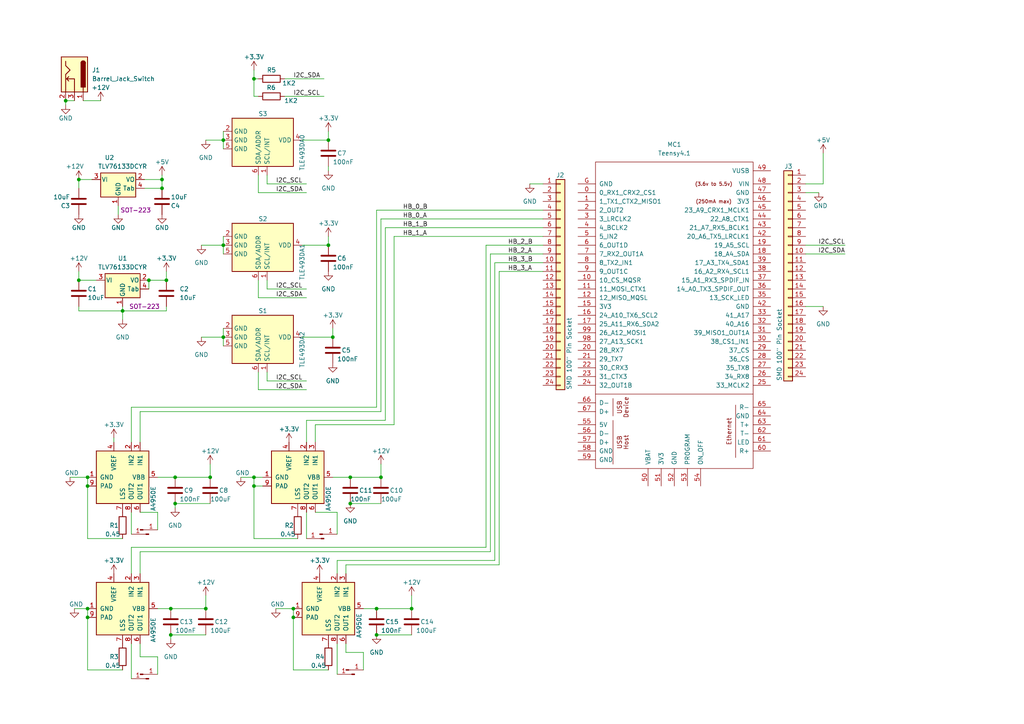
<source format=kicad_sch>
(kicad_sch (version 20230121) (generator eeschema)
  (paper "A4")
  (lib_symbols
    (symbol "Connector:Barrel_Jack_Switch" (pin_names hide)
      (property "Reference" "J" (at 0 5.334 0))
      (property "Value" "Barrel_Jack_Switch" (at 0 -5.08 0))
      (symbol "Barrel_Jack_Switch_0_1"
        (rectangle (start -5.08 3.81) (end 5.08 -3.81) (stroke (width 0.254)) (fill (type background)))
        (arc (start -3.302 3.175) (mid -3.9343 2.54) (end -3.302 1.905) (stroke (width 0.254)))
        (arc (start -3.302 3.175) (mid -3.9343 2.54) (end -3.302 1.905) (stroke (width 0.254)) (fill (type outline)))
        (polyline (pts (xy 1.27 -2.286) (xy 1.905 -1.651)) (stroke (width 0.254)))
        (polyline (pts (xy 5.08 2.54) (xy 3.81 2.54)) (stroke (width 0.254)))
        (polyline (pts (xy 5.08 0) (xy 1.27 0) (xy 1.27 -2.286) (xy 0.635 -1.651)) (stroke (width 0.254)))
        (polyline (pts (xy -3.81 -2.54) (xy -2.54 -2.54) (xy -1.27 -1.27) (xy 0 -2.54) (xy 2.54 -2.54) (xy 5.08 -2.54)) (stroke (width 0.254)))
        (rectangle (start 3.683 3.175) (end -3.302 1.905) (stroke (width 0.254)) (fill (type outline)))
      )
      (symbol "Barrel_Jack_Switch_1_1"
        (pin passive line (at 7.62 2.54 180) (length 2.54) (name "~") (number "1"))
        (pin passive line (at 7.62 -2.54 180) (length 2.54) (name "~") (number "2"))
        (pin passive line (at 7.62 0 180) (length 2.54) (name "~") (number "3"))
      )
    )
    (symbol "Connector:Conn_01x01_Pin" (pin_names (offset 1.016) hide)
      (property "Reference" "J" (at 0 2.54 0))
      (property "Value" "Conn_01x01_Pin" (at 0 -2.54 0))
      (symbol "Conn_01x01_Pin_1_1"
        (polyline (pts (xy 1.27 0) (xy 0.8636 0)) (stroke (width 0.1524)))
        (rectangle (start 0.8636 0.127) (end 0 -0.127) (stroke (width 0.1524)) (fill (type outline)))
        (pin passive line (at 5.08 0 180) (length 3.81) (name "Pin_1") (number "1"))
      )
    )
    (symbol "Connector_Generic:Conn_01x24" (pin_names (offset 1.016) hide)
      (property "Reference" "J" (at 0 30.48 0))
      (property "Value" "Conn_01x24" (at 0 -33.02 0))
      (symbol "Conn_01x24_1_1"
        (rectangle (start -1.27 -30.353) (end 0 -30.607) (stroke (width 0.1524)))
        (rectangle (start -1.27 -27.813) (end 0 -28.067) (stroke (width 0.1524)))
        (rectangle (start -1.27 -25.273) (end 0 -25.527) (stroke (width 0.1524)))
        (rectangle (start -1.27 -22.733) (end 0 -22.987) (stroke (width 0.1524)))
        (rectangle (start -1.27 -20.193) (end 0 -20.447) (stroke (width 0.1524)))
        (rectangle (start -1.27 -17.653) (end 0 -17.907) (stroke (width 0.1524)))
        (rectangle (start -1.27 -15.113) (end 0 -15.367) (stroke (width 0.1524)))
        (rectangle (start -1.27 -12.573) (end 0 -12.827) (stroke (width 0.1524)))
        (rectangle (start -1.27 -10.033) (end 0 -10.287) (stroke (width 0.1524)))
        (rectangle (start -1.27 -7.493) (end 0 -7.747) (stroke (width 0.1524)))
        (rectangle (start -1.27 -4.953) (end 0 -5.207) (stroke (width 0.1524)))
        (rectangle (start -1.27 -2.413) (end 0 -2.667) (stroke (width 0.1524)))
        (rectangle (start -1.27 0.127) (end 0 -0.127) (stroke (width 0.1524)))
        (rectangle (start -1.27 2.667) (end 0 2.413) (stroke (width 0.1524)))
        (rectangle (start -1.27 5.207) (end 0 4.953) (stroke (width 0.1524)))
        (rectangle (start -1.27 7.747) (end 0 7.493) (stroke (width 0.1524)))
        (rectangle (start -1.27 10.287) (end 0 10.033) (stroke (width 0.1524)))
        (rectangle (start -1.27 12.827) (end 0 12.573) (stroke (width 0.1524)))
        (rectangle (start -1.27 15.367) (end 0 15.113) (stroke (width 0.1524)))
        (rectangle (start -1.27 17.907) (end 0 17.653) (stroke (width 0.1524)))
        (rectangle (start -1.27 20.447) (end 0 20.193) (stroke (width 0.1524)))
        (rectangle (start -1.27 22.987) (end 0 22.733) (stroke (width 0.1524)))
        (rectangle (start -1.27 25.527) (end 0 25.273) (stroke (width 0.1524)))
        (rectangle (start -1.27 28.067) (end 0 27.813) (stroke (width 0.1524)))
        (rectangle (start -1.27 29.21) (end 1.27 -31.75) (stroke (width 0.254)) (fill (type background)))
        (pin passive line (at -5.08 27.94 0) (length 3.81) (name "Pin_1") (number "1"))
        (pin passive line (at -5.08 5.08 0) (length 3.81) (name "Pin_10") (number "10"))
        (pin passive line (at -5.08 2.54 0) (length 3.81) (name "Pin_11") (number "11"))
        (pin passive line (at -5.08 0 0) (length 3.81) (name "Pin_12") (number "12"))
        (pin passive line (at -5.08 -2.54 0) (length 3.81) (name "Pin_13") (number "13"))
        (pin passive line (at -5.08 -5.08 0) (length 3.81) (name "Pin_14") (number "14"))
        (pin passive line (at -5.08 -7.62 0) (length 3.81) (name "Pin_15") (number "15"))
        (pin passive line (at -5.08 -10.16 0) (length 3.81) (name "Pin_16") (number "16"))
        (pin passive line (at -5.08 -12.7 0) (length 3.81) (name "Pin_17") (number "17"))
        (pin passive line (at -5.08 -15.24 0) (length 3.81) (name "Pin_18") (number "18"))
        (pin passive line (at -5.08 -17.78 0) (length 3.81) (name "Pin_19") (number "19"))
        (pin passive line (at -5.08 25.4 0) (length 3.81) (name "Pin_2") (number "2"))
        (pin passive line (at -5.08 -20.32 0) (length 3.81) (name "Pin_20") (number "20"))
        (pin passive line (at -5.08 -22.86 0) (length 3.81) (name "Pin_21") (number "21"))
        (pin passive line (at -5.08 -25.4 0) (length 3.81) (name "Pin_22") (number "22"))
        (pin passive line (at -5.08 -27.94 0) (length 3.81) (name "Pin_23") (number "23"))
        (pin passive line (at -5.08 -30.48 0) (length 3.81) (name "Pin_24") (number "24"))
        (pin passive line (at -5.08 22.86 0) (length 3.81) (name "Pin_3") (number "3"))
        (pin passive line (at -5.08 20.32 0) (length 3.81) (name "Pin_4") (number "4"))
        (pin passive line (at -5.08 17.78 0) (length 3.81) (name "Pin_5") (number "5"))
        (pin passive line (at -5.08 15.24 0) (length 3.81) (name "Pin_6") (number "6"))
        (pin passive line (at -5.08 12.7 0) (length 3.81) (name "Pin_7") (number "7"))
        (pin passive line (at -5.08 10.16 0) (length 3.81) (name "Pin_8") (number "8"))
        (pin passive line (at -5.08 7.62 0) (length 3.81) (name "Pin_9") (number "9"))
      )
    )
    (symbol "Device:C" (pin_numbers hide) (pin_names (offset 0.254))
      (property "Reference" "C" (at 0.635 2.54 0))
      (property "Value" "C" (at 0.635 -2.54 0))
      (symbol "C_0_1"
        (polyline (pts (xy -2.032 -0.762) (xy 2.032 -0.762)) (stroke (width 0.508)))
        (polyline (pts (xy -2.032 0.762) (xy 2.032 0.762)) (stroke (width 0.508)))
      )
      (symbol "C_1_1"
        (pin passive line (at 0 3.81 270) (length 2.794) (name "~") (number "1"))
        (pin passive line (at 0 -3.81 90) (length 2.794) (name "~") (number "2"))
      )
    )
    (symbol "Device:R" (pin_numbers hide) (pin_names (offset 0))
      (property "Reference" "R" (at 2.032 0 90))
      (property "Value" "R" (at 0 0 90))
      (symbol "R_0_1"
        (rectangle (start -1.016 -2.54) (end 1.016 2.54) (stroke (width 0.254)))
      )
      (symbol "R_1_1"
        (pin passive line (at 0 3.81 270) (length 1.27) (name "~") (number "1"))
        (pin passive line (at 0 -3.81 90) (length 1.27) (name "~") (number "2"))
      )
    )
    (symbol "Driver_Motor:A4950E" (pin_names (offset 1.016))
      (property "Reference" "U" (at -7.62 8.89 0))
      (property "Value" "A4950E" (at 5.08 8.89 0))
      (symbol "A4950E_0_1"
        (rectangle (start -7.62 7.62) (end 7.62 -7.62) (stroke (width 0.254)) (fill (type background)))
      )
      (symbol "A4950E_1_1"
        (pin power_in line (at 0 -10.16 90) (length 2.54) (name "GND") (number "1"))
        (pin input line (at -10.16 2.54 0) (length 2.54) (name "IN2") (number "2"))
        (pin input line (at -10.16 5.08 0) (length 2.54) (name "IN1") (number "3"))
        (pin passive line (at -10.16 -2.54 0) (length 2.54) (name "VREF") (number "4"))
        (pin power_in line (at 0 10.16 270) (length 2.54) (name "VBB") (number "5"))
        (pin power_out line (at 10.16 5.08 180) (length 2.54) (name "OUT1") (number "6"))
        (pin power_in line (at 10.16 0 180) (length 2.54) (name "LSS") (number "7"))
        (pin power_out line (at 10.16 2.54 180) (length 2.54) (name "OUT2") (number "8"))
        (pin power_in line (at 2.54 -10.16 90) (length 2.54) (name "PAD") (number "9"))
      )
    )
    (symbol "Regulator_Linear1:LM1117-3.3" (pin_names (offset 0.254))
      (property "Reference" "U1" (at 0 6.35 0))
      (property "Value" "TLV76133DCYR" (at 0 3.81 0))
      (symbol "LM1117-3.3_0_1"
        (rectangle (start -5.08 1.905) (end 5.08 -5.08) (stroke (width 0.254)) (fill (type background)))
      )
      (symbol "LM1117-3.3_1_1"
        (pin power_in line (at 0 -7.62 90) (length 2.54) (name "GND") (number "1"))
        (pin power_out line (at 7.62 0 180) (length 2.54) (name "VO") (number "2"))
        (pin power_in line (at -7.62 0 0) (length 2.54) (name "VI") (number "3"))
        (pin power_out line (at 7.62 -2.54 180) (length 2.54) (name "Tab") (number "4"))
      )
    )
    (symbol "Sensor_Magnetic:TLV493D"
      (property "Reference" "U" (at -6.35 11.43 0))
      (property "Value" "TLV493D" (at 5.08 11.43 0))
      (symbol "TLV493D_0_1"
        (rectangle (start -7.62 10.16) (end 6.35 -7.62) (stroke (width 0.254)) (fill (type background)))
      )
      (symbol "TLV493D_1_1"
        (pin bidirectional line (at -10.16 2.54 0) (length 2.54) (name "SCL/INT") (number "1"))
        (pin power_in line (at 2.54 -10.16 90) (length 2.54) (name "GND") (number "2"))
        (pin power_in line (at 0 -10.16 90) (length 2.54) (name "GND") (number "3"))
        (pin power_in line (at 0 12.7 270) (length 2.54) (name "VDD") (number "4"))
        (pin power_in line (at -2.54 -10.16 90) (length 2.54) (name "GND") (number "5"))
        (pin bidirectional line (at -10.16 0 0) (length 2.54) (name "SDA/ADDR") (number "6"))
      )
    )
    (symbol "power:+12V" (power) (pin_names (offset 0))
      (property "Value" "+12V" (at 0 3.556 0))
      (symbol "+12V_0_1"
        (polyline (pts (xy -0.762 1.27) (xy 0 2.54)))
        (polyline (pts (xy 0 0) (xy 0 2.54)))
        (polyline (pts (xy 0 2.54) (xy 0.762 1.27)))
      )
      (symbol "+12V_1_1"
        (pin power_in line (at 0 0 90) (length 0) hide (name "+12V") (number "1"))
      )
    )
    (symbol "power:+3.3V" (power) (pin_names (offset 0))
      (property "Value" "+3.3V" (at 0 3.556 0))
      (symbol "+3.3V_0_1"
        (polyline (pts (xy -0.762 1.27) (xy 0 2.54)))
        (polyline (pts (xy 0 0) (xy 0 2.54)))
        (polyline (pts (xy 0 2.54) (xy 0.762 1.27)))
      )
      (symbol "+3.3V_1_1"
        (pin power_in line (at 0 0 90) (length 0) hide (name "+3.3V") (number "1"))
      )
    )
    (symbol "power:+5V" (power) (pin_names (offset 0))
      (property "Value" "+5V" (at 0 3.556 0))
      (symbol "+5V_0_1"
        (polyline (pts (xy -0.762 1.27) (xy 0 2.54)))
        (polyline (pts (xy 0 0) (xy 0 2.54)))
        (polyline (pts (xy 0 2.54) (xy 0.762 1.27)))
      )
      (symbol "+5V_1_1"
        (pin power_in line (at 0 0 90) (length 0) hide (name "+5V") (number "1"))
      )
    )
    (symbol "power:GND" (power) (pin_names (offset 0))
      (property "Value" "GND" (at 0 -3.81 0))
      (symbol "GND_0_1"
        (polyline (pts (xy 0 0) (xy 0 -1.27) (xy 1.27 -1.27) (xy 0 -2.54) (xy -1.27 -1.27) (xy 0 -1.27)))
      )
      (symbol "GND_1_1"
        (pin power_in line (at 0 0 270) (length 0) hide (name "GND") (number "1"))
      )
    )
    (symbol "teensy:Teensy4.1" (pin_names (offset 1.016))
      (property "Reference" "MC1" (at 0 66.04 0))
      (property "Value" "Teensy4.1" (at 0 63.5 0))
      (symbol "Teensy4.1_0_0"
        (polyline (pts (xy -22.86 -6.35) (xy 22.86 -6.35)))
        (polyline (pts (xy -17.78 -26.67) (xy -17.78 -13.97)))
        (polyline (pts (xy -17.78 -7.62) (xy -17.78 -12.7)))
        (polyline (pts (xy 17.78 -9.525) (xy 17.78 -24.765)))
        (text "(250mA max)" (at 11.43 49.53 0) (effects (font (size 1.016 1.016))))
        (text "(3.6v to 5.5v)" (at 11.43 54.61 0) (effects (font (size 1.016 1.016))))
        (text "Device" (at -13.97 -10.16 900) (effects (font (size 1.27 1.27))))
        (text "Ethernet" (at 15.875 -17.145 900) (effects (font (size 1.27 1.27))))
        (text "Host" (at -13.97 -20.32 900) (effects (font (size 1.27 1.27))))
        (text "USB" (at -15.875 -20.32 900) (effects (font (size 1.27 1.27))))
        (text "USB" (at -15.875 -10.16 900) (effects (font (size 1.27 1.27))))
        (pin power_in line (at -27.94 19.05 0) (length 5.08) (name "3V3") (number "15"))
        (pin bidirectional line (at -27.94 16.51 0) (length 5.08) (name "24_A10_TX6_SCL2") (number "16"))
        (pin bidirectional line (at -27.94 13.97 0) (length 5.08) (name "25_A11_RX6_SDA2") (number "17"))
        (pin bidirectional line (at -27.94 6.35 0) (length 5.08) (name "28_RX7") (number "20"))
        (pin bidirectional line (at -27.94 3.81 0) (length 5.08) (name "29_TX7") (number "21"))
        (pin bidirectional line (at -27.94 1.27 0) (length 5.08) (name "30_CRX3") (number "22"))
        (pin bidirectional line (at -27.94 -1.27 0) (length 5.08) (name "31_CTX3") (number "23"))
        (pin bidirectional line (at -27.94 -3.81 0) (length 5.08) (name "32_OUT1B") (number "24"))
        (pin bidirectional line (at 27.94 -3.81 180) (length 5.08) (name "33_MCLK2") (number "25"))
        (pin bidirectional line (at 27.94 -1.27 180) (length 5.08) (name "34_RX8") (number "26"))
        (pin bidirectional line (at 27.94 1.27 180) (length 5.08) (name "35_TX8") (number "27"))
        (pin bidirectional line (at 27.94 3.81 180) (length 5.08) (name "36_CS") (number "28"))
        (pin bidirectional line (at 27.94 6.35 180) (length 5.08) (name "37_CS") (number "29"))
        (pin bidirectional line (at 27.94 8.89 180) (length 5.08) (name "38_CS1_IN1") (number "30"))
        (pin bidirectional line (at 27.94 11.43 180) (length 5.08) (name "39_MISO1_OUT1A") (number "31"))
        (pin bidirectional line (at 27.94 13.97 180) (length 5.08) (name "40_A16") (number "32"))
        (pin bidirectional line (at 27.94 16.51 180) (length 5.08) (name "41_A17") (number "33"))
        (pin bidirectional line (at 27.94 21.59 180) (length 5.08) (name "13_SCK_LED") (number "35"))
        (pin bidirectional line (at 27.94 24.13 180) (length 5.08) (name "14_A0_TX3_SPDIF_OUT") (number "36"))
        (pin bidirectional line (at 27.94 26.67 180) (length 5.08) (name "15_A1_RX3_SPDIF_IN") (number "37"))
        (pin bidirectional line (at 27.94 29.21 180) (length 5.08) (name "16_A2_RX4_SCL1") (number "38"))
        (pin bidirectional line (at 27.94 31.75 180) (length 5.08) (name "17_A3_TX4_SDA1") (number "39"))
        (pin bidirectional line (at 27.94 39.37 180) (length 5.08) (name "20_A6_TX5_LRCLK1") (number "42"))
        (pin bidirectional line (at 27.94 41.91 180) (length 5.08) (name "21_A7_RX5_BCLK1") (number "43"))
        (pin bidirectional line (at 27.94 44.45 180) (length 5.08) (name "22_A8_CTX1") (number "44"))
        (pin bidirectional line (at 27.94 46.99 180) (length 5.08) (name "23_A9_CRX1_MCLK1") (number "45"))
        (pin output line (at 27.94 49.53 180) (length 5.08) (name "3V3") (number "46"))
        (pin output line (at 27.94 52.07 180) (length 5.08) (name "GND") (number "47"))
        (pin power_in line (at 27.94 54.61 180) (length 5.08) (name "VIN") (number "48"))
        (pin power_out line (at 27.94 58.42 180) (length 5.08) (name "VUSB") (number "49"))
        (pin power_in line (at -7.62 -33.02 90) (length 5.08) (name "VBAT") (number "50"))
        (pin power_in line (at -3.81 -33.02 90) (length 5.08) (name "3V3") (number "51"))
        (pin input line (at 0 -33.02 90) (length 5.08) (name "GND") (number "52"))
        (pin input line (at 3.81 -33.02 90) (length 5.08) (name "PROGRAM") (number "53"))
        (pin input line (at 7.62 -33.02 90) (length 5.08) (name "ON_OFF") (number "54"))
        (pin power_out line (at -27.94 -15.24 0) (length 5.08) (name "5V") (number "55"))
        (pin bidirectional line (at -27.94 -17.78 0) (length 5.08) (name "D-") (number "56"))
        (pin bidirectional line (at -27.94 -20.32 0) (length 5.08) (name "D+") (number "57"))
        (pin power_in line (at -27.94 -22.86 0) (length 5.08) (name "GND") (number "58"))
        (pin power_in line (at -27.94 -25.4 0) (length 5.08) (name "GND") (number "59"))
        (pin bidirectional line (at 27.94 -22.86 180) (length 5.08) (name "R+") (number "60"))
        (pin bidirectional line (at 27.94 -20.32 180) (length 5.08) (name "LED") (number "61"))
        (pin bidirectional line (at 27.94 -17.78 180) (length 5.08) (name "T-") (number "62"))
        (pin bidirectional line (at 27.94 -15.24 180) (length 5.08) (name "T+") (number "63"))
        (pin power_in line (at 27.94 -12.7 180) (length 5.08) (name "GND") (number "64"))
        (pin bidirectional line (at 27.94 -10.16 180) (length 5.08) (name "R-") (number "65"))
        (pin bidirectional line (at -27.94 -8.89 0) (length 5.08) (name "D-") (number "66"))
        (pin bidirectional line (at -27.94 -11.43 0) (length 5.08) (name "D+") (number "67"))
      )
      (symbol "Teensy4.1_0_1"
        (rectangle (start -22.86 60.96) (end 22.86 -27.94))
        (rectangle (start -20.32 -1.27) (end -20.32 -1.27))
      )
      (symbol "Teensy4.1_1_0"
        (pin bidirectional line (at -27.94 26.67 0) (length 5.08) (name "10_CS_MQSR") (number "10"))
        (pin bidirectional line (at -27.94 24.13 0) (length 5.08) (name "11_MOSI_CTX1") (number "11"))
        (pin bidirectional line (at -27.94 21.59 0) (length 5.08) (name "12_MISO_MQSL") (number "12"))
        (pin bidirectional line (at 27.94 34.29 180) (length 5.08) (name "18_A4_SDA") (number "18"))
        (pin bidirectional line (at 27.94 36.83 180) (length 5.08) (name "19_A5_SCL") (number "19"))
        (pin bidirectional line (at -27.94 44.45 0) (length 5.08) (name "3_LRCLK2") (number "3"))
        (pin bidirectional line (at -27.94 41.91 0) (length 5.08) (name "4_BCLK2") (number "4"))
        (pin bidirectional line (at -27.94 39.37 0) (length 5.08) (name "5_IN2") (number "5"))
        (pin bidirectional line (at -27.94 36.83 0) (length 5.08) (name "6_OUT1D") (number "6"))
        (pin bidirectional line (at -27.94 34.29 0) (length 5.08) (name "7_RX2_OUT1A") (number "7"))
        (pin bidirectional line (at -27.94 31.75 0) (length 5.08) (name "8_TX2_IN1") (number "8"))
        (pin bidirectional line (at -27.94 29.21 0) (length 5.08) (name "9_OUT1C") (number "9"))
        (pin bidirectional line (at -27.94 8.89 0) (length 5.08) (name "27_A13_SCK1") (number "98"))
        (pin bidirectional line (at -27.94 11.43 0) (length 5.08) (name "26_A12_MOSI1") (number "99"))
      )
      (symbol "Teensy4.1_1_1"
        (pin bidirectional line (at -27.94 52.07 0) (length 5.08) (name "0_RX1_CRX2_CS1") (number "0"))
        (pin bidirectional line (at -27.94 49.53 0) (length 5.08) (name "1_TX1_CTX2_MISO1") (number "1"))
        (pin bidirectional line (at -27.94 46.99 0) (length 5.08) (name "2_OUT2") (number "2"))
        (pin power_in line (at 27.94 19.05 180) (length 5.08) (name "GND") (number "42"))
        (pin power_in line (at -27.94 54.61 0) (length 5.08) (name "GND") (number "G"))
      )
    )
  )
  (junction (at 96.52 97.79))
  (junction (at 19.05 29.21))
  (junction (at 25.4 176.53))
  (junction (at 46.99 54.61))
  (junction (at 95.25 40.64))
  (junction (at 85.09 176.53))
  (junction (at 85.09 179.07))
  (junction (at 49.53 184.15))
  (junction (at 64.77 97.79))
  (junction (at 101.6 146.05))
  (junction (at 48.26 81.28))
  (junction (at 73.66 22.86))
  (junction (at 60.96 138.43))
  (junction (at 73.66 140.97))
  (junction (at 110.49 138.43))
  (junction (at 64.77 71.12))
  (junction (at 25.4 138.43))
  (junction (at 119.38 176.53))
  (junction (at 25.4 140.97))
  (junction (at 35.56 90.17))
  (junction (at 22.86 81.28))
  (junction (at 50.8 146.05))
  (junction (at 43.18 81.28))
  (junction (at 50.8 138.43))
  (junction (at 109.22 184.15))
  (junction (at 109.22 176.53))
  (junction (at 64.77 40.64))
  (junction (at 73.66 138.43))
  (junction (at 46.99 52.07))
  (junction (at 22.86 52.07))
  (junction (at 59.69 176.53))
  (junction (at 49.53 176.53))
  (junction (at 25.4 179.07))
  (junction (at 95.25 71.12))
  (junction (at 101.6 138.43))
  (wire (pts (xy 40.64 190.5) (xy 45.72 190.5)))
  (wire (pts (xy 100.33 186.69) (xy 100.33 189.23)))
  (wire (pts (xy 88.9 121.92) (xy 88.9 128.27)))
  (wire (pts (xy 95.25 48.26) (xy 95.25 49.53)))
  (wire (pts (xy 22.86 54.61) (xy 22.86 52.07)))
  (wire (pts (xy 22.86 90.17) (xy 35.56 90.17)))
  (wire (pts (xy 233.68 53.34) (xy 238.76 53.34)))
  (wire (pts (xy 238.76 88.9) (xy 233.68 88.9)))
  (wire (pts (xy 25.4 138.43) (xy 25.4 140.97)))
  (wire (pts (xy 33.02 127) (xy 33.02 128.27)))
  (wire (pts (xy 114.3 68.58) (xy 114.3 123.19)))
  (wire (pts (xy 77.47 53.34) (xy 88.9 53.34)))
  (wire (pts (xy 100.33 189.23) (xy 105.41 189.23)))
  (wire (pts (xy 143.51 76.2) (xy 143.51 162.56)))
  (wire (pts (xy 110.49 119.38) (xy 110.49 63.5)))
  (wire (pts (xy 97.79 162.56) (xy 97.79 166.37)))
  (wire (pts (xy 144.78 78.74) (xy 144.78 163.83)))
  (wire (pts (xy 45.72 190.5) (xy 45.72 195.58)))
  (wire (pts (xy 25.4 176.53) (xy 25.4 179.07)))
  (wire (pts (xy 58.42 97.79) (xy 64.77 97.79)))
  (wire (pts (xy 142.24 73.66) (xy 142.24 160.02)))
  (wire (pts (xy 34.29 59.69) (xy 34.29 62.23)))
  (wire (pts (xy 96.52 138.43) (xy 101.6 138.43)))
  (wire (pts (xy 69.85 138.43) (xy 73.66 138.43)))
  (wire (pts (xy 97.79 186.69) (xy 97.79 195.58)))
  (wire (pts (xy 80.01 176.53) (xy 85.09 176.53)))
  (wire (pts (xy 40.64 160.02) (xy 40.64 166.37)))
  (wire (pts (xy 20.32 138.43) (xy 25.4 138.43)))
  (wire (pts (xy 245.11 73.66) (xy 233.68 73.66)))
  (wire (pts (xy 45.72 138.43) (xy 50.8 138.43)))
  (wire (pts (xy 35.56 90.17) (xy 35.56 92.71)))
  (wire (pts (xy 46.99 50.8) (xy 46.99 52.07)))
  (wire (pts (xy 77.47 50.8) (xy 77.47 53.34)))
  (wire (pts (xy 157.48 73.66) (xy 142.24 73.66)))
  (wire (pts (xy 45.72 176.53) (xy 49.53 176.53)))
  (wire (pts (xy 43.18 81.28) (xy 48.26 81.28)))
  (wire (pts (xy 110.49 134.62) (xy 110.49 138.43)))
  (wire (pts (xy 140.97 71.12) (xy 140.97 158.75)))
  (wire (pts (xy 50.8 146.05) (xy 60.96 146.05)))
  (wire (pts (xy 21.59 176.53) (xy 25.4 176.53)))
  (wire (pts (xy 38.1 186.69) (xy 38.1 196.85)))
  (wire (pts (xy 105.41 189.23) (xy 105.41 194.31)))
  (wire (pts (xy 85.09 194.31) (xy 85.09 179.07)))
  (wire (pts (xy 73.66 138.43) (xy 73.66 140.97)))
  (wire (pts (xy 77.47 83.82) (xy 88.9 83.82)))
  (wire (pts (xy 87.63 40.64) (xy 95.25 40.64)))
  (wire (pts (xy 109.22 118.11) (xy 38.1 118.11)))
  (wire (pts (xy 109.22 176.53) (xy 119.38 176.53)))
  (wire (pts (xy 95.25 38.1) (xy 95.25 40.64)))
  (wire (pts (xy 157.48 71.12) (xy 140.97 71.12)))
  (wire (pts (xy 59.69 176.53) (xy 59.69 172.72)))
  (wire (pts (xy 25.4 194.31) (xy 25.4 179.07)))
  (wire (pts (xy 74.93 81.28) (xy 74.93 86.36)))
  (wire (pts (xy 45.72 148.59) (xy 45.72 153.67)))
  (wire (pts (xy 48.26 78.74) (xy 48.26 81.28)))
  (wire (pts (xy 64.77 71.12) (xy 64.77 73.66)))
  (wire (pts (xy 74.93 86.36) (xy 88.9 86.36)))
  (wire (pts (xy 41.91 52.07) (xy 46.99 52.07)))
  (wire (pts (xy 110.49 63.5) (xy 157.48 63.5)))
  (wire (pts (xy 109.22 60.96) (xy 109.22 118.11)))
  (wire (pts (xy 73.66 156.21) (xy 73.66 140.97)))
  (wire (pts (xy 19.05 29.21) (xy 19.05 30.48)))
  (wire (pts (xy 157.48 60.96) (xy 109.22 60.96)))
  (wire (pts (xy 157.48 78.74) (xy 144.78 78.74)))
  (wire (pts (xy 64.77 38.1) (xy 64.77 40.64)))
  (wire (pts (xy 97.79 148.59) (xy 97.79 154.94)))
  (wire (pts (xy 88.9 148.59) (xy 88.9 156.21)))
  (wire (pts (xy 58.42 71.12) (xy 64.77 71.12)))
  (wire (pts (xy 77.47 110.49) (xy 88.9 110.49)))
  (wire (pts (xy 144.78 163.83) (xy 100.33 163.83)))
  (wire (pts (xy 119.38 176.53) (xy 119.38 172.72)))
  (wire (pts (xy 40.64 148.59) (xy 45.72 148.59)))
  (wire (pts (xy 157.48 66.04) (xy 111.76 66.04)))
  (wire (pts (xy 237.49 55.88) (xy 233.68 55.88)))
  (wire (pts (xy 64.77 95.25) (xy 64.77 97.79)))
  (wire (pts (xy 86.36 156.21) (xy 73.66 156.21)))
  (wire (pts (xy 35.56 194.31) (xy 25.4 194.31)))
  (wire (pts (xy 157.48 68.58) (xy 114.3 68.58)))
  (wire (pts (xy 96.52 95.25) (xy 96.52 97.79)))
  (wire (pts (xy 40.64 160.02) (xy 142.24 160.02)))
  (wire (pts (xy 74.93 107.95) (xy 74.93 113.03)))
  (wire (pts (xy 48.26 88.9) (xy 48.26 90.17)))
  (wire (pts (xy 73.66 22.86) (xy 73.66 27.94)))
  (wire (pts (xy 77.47 107.95) (xy 77.47 110.49)))
  (wire (pts (xy 64.77 97.79) (xy 64.77 100.33)))
  (wire (pts (xy 22.86 90.17) (xy 22.86 88.9)))
  (wire (pts (xy 19.05 29.21) (xy 21.59 29.21)))
  (wire (pts (xy 40.64 186.69) (xy 40.64 190.5)))
  (wire (pts (xy 29.21 29.21) (xy 24.13 29.21)))
  (wire (pts (xy 74.93 113.03) (xy 88.9 113.03)))
  (wire (pts (xy 82.55 27.94) (xy 93.98 27.94)))
  (wire (pts (xy 60.96 138.43) (xy 60.96 134.62)))
  (wire (pts (xy 38.1 158.75) (xy 38.1 166.37)))
  (wire (pts (xy 73.66 27.94) (xy 74.93 27.94)))
  (wire (pts (xy 73.66 20.32) (xy 73.66 22.86)))
  (wire (pts (xy 38.1 158.75) (xy 140.97 158.75)))
  (wire (pts (xy 87.63 97.79) (xy 96.52 97.79)))
  (wire (pts (xy 111.76 66.04) (xy 111.76 121.92)))
  (wire (pts (xy 101.6 138.43) (xy 110.49 138.43)))
  (wire (pts (xy 87.63 71.12) (xy 95.25 71.12)))
  (wire (pts (xy 40.64 119.38) (xy 110.49 119.38)))
  (wire (pts (xy 101.6 146.05) (xy 110.49 146.05)))
  (wire (pts (xy 22.86 81.28) (xy 27.94 81.28)))
  (wire (pts (xy 50.8 138.43) (xy 60.96 138.43)))
  (wire (pts (xy 76.2 138.43) (xy 73.66 138.43)))
  (wire (pts (xy 91.44 148.59) (xy 97.79 148.59)))
  (wire (pts (xy 153.67 53.34) (xy 157.48 53.34)))
  (wire (pts (xy 50.8 147.32) (xy 50.8 146.05)))
  (wire (pts (xy 43.18 81.28) (xy 43.18 83.82)))
  (wire (pts (xy 143.51 162.56) (xy 97.79 162.56)))
  (wire (pts (xy 91.44 123.19) (xy 91.44 128.27)))
  (wire (pts (xy 100.33 163.83) (xy 100.33 166.37)))
  (wire (pts (xy 41.91 54.61) (xy 46.99 54.61)))
  (wire (pts (xy 74.93 50.8) (xy 74.93 55.88)))
  (wire (pts (xy 35.56 90.17) (xy 48.26 90.17)))
  (wire (pts (xy 49.53 176.53) (xy 59.69 176.53)))
  (wire (pts (xy 26.67 52.07) (xy 22.86 52.07)))
  (wire (pts (xy 73.66 22.86) (xy 74.93 22.86)))
  (wire (pts (xy 238.76 53.34) (xy 238.76 44.45)))
  (wire (pts (xy 114.3 123.19) (xy 91.44 123.19)))
  (wire (pts (xy 49.53 184.15) (xy 59.69 184.15)))
  (wire (pts (xy 73.66 140.97) (xy 76.2 140.97)))
  (wire (pts (xy 22.86 78.74) (xy 22.86 81.28)))
  (wire (pts (xy 85.09 176.53) (xy 85.09 179.07)))
  (wire (pts (xy 77.47 81.28) (xy 77.47 83.82)))
  (wire (pts (xy 82.55 22.86) (xy 93.98 22.86)))
  (wire (pts (xy 35.56 90.17) (xy 35.56 88.9)))
  (wire (pts (xy 109.22 184.15) (xy 119.38 184.15)))
  (wire (pts (xy 105.41 176.53) (xy 109.22 176.53)))
  (wire (pts (xy 46.99 52.07) (xy 46.99 54.61)))
  (wire (pts (xy 38.1 148.59) (xy 38.1 154.94)))
  (wire (pts (xy 111.76 121.92) (xy 88.9 121.92)))
  (wire (pts (xy 25.4 156.21) (xy 25.4 140.97)))
  (wire (pts (xy 64.77 40.64) (xy 64.77 43.18)))
  (wire (pts (xy 64.77 68.58) (xy 64.77 71.12)))
  (wire (pts (xy 95.25 68.58) (xy 95.25 71.12)))
  (wire (pts (xy 49.53 185.42) (xy 49.53 184.15)))
  (wire (pts (xy 35.56 156.21) (xy 25.4 156.21)))
  (wire (pts (xy 40.64 128.27) (xy 40.64 119.38)))
  (wire (pts (xy 38.1 118.11) (xy 38.1 128.27)))
  (wire (pts (xy 157.48 76.2) (xy 143.51 76.2)))
  (wire (pts (xy 59.69 40.64) (xy 64.77 40.64)))
  (wire (pts (xy 95.25 194.31) (xy 85.09 194.31)))
  (wire (pts (xy 74.93 55.88) (xy 88.9 55.88)))
  (wire (pts (xy 245.11 71.12) (xy 233.68 71.12)))
  (label "I2C_SDA" (at 80.01 55.88 0))
  (label "I2C_SDA" (at 80.01 86.36 0))
  (label "HB_1_A" (at 116.84 68.58 0))
  (label "I2C_SCL" (at 80.01 53.34 0))
  (label "I2C_SCL" (at 245.11 71.12 180))
  (label "I2C_SCL" (at 85.09 27.94 0))
  (label "HB_3_A" (at 147.32 78.74 0))
  (label "HB_2_A" (at 147.32 73.66 0))
  (label "I2C_SCL" (at 80.01 83.82 0))
  (label "HB_0_B" (at 116.84 60.96 0))
  (label "I2C_SCL" (at 80.01 110.49 0))
  (label "I2C_SDA" (at 245.11 73.66 180))
  (label "HB_1_B" (at 116.84 66.04 0))
  (label "I2C_SDA" (at 85.09 22.86 0))
  (label "HB_3_B" (at 147.32 76.2 0))
  (label "HB_0_A" (at 116.84 63.5 0))
  (label "HB_2_B" (at 147.32 71.12 0))
  (label "I2C_SDA" (at 80.01 113.03 0))
  (symbol (lib_id "Device:C") (at 110.49 142.24 0) (unit 1)
    (property "Reference" "C10" (at 113.03 142.24 0) (effects (justify left)))
    (property "Value" "100uF" (at 110.49 144.78 0) (effects (justify left)))
    (property "Footprint" "Capacitor_SMD:CP_Elec_6.3x7.7" (effects hide))
  )
  (symbol (lib_id "Connector_Generic:Conn_01x24") (at 228.6 78.74 0) (mirror y) (unit 1)
    (property "Reference" "J3" (at 229.87 48.26 0) (effects (justify left)))
    (property "Value" "SMD 100\" Pin Socket" (at 226.06 110.49 90) (effects (justify left)))
    (property "Footprint" "Connector_PinSocket_2.54mm:PinSocket_1x24_P2.54mm_Vertical_SMD_Pin1Left" (effects hide))
  )
  (symbol (lib_id "Device:C") (at 50.8 142.24 0) (unit 1)
    (property "Reference" "C9" (at 53.34 142.24 0) (effects (justify left)))
    (property "Value" "100nF" (at 52.07 144.78 0) (effects (justify left)))
    (property "Footprint" "Capacitor_SMD:C_0603_1608Metric" (effects hide))
  )
  (symbol (lib_id "power:+12V") (at 119.38 172.72 0) (unit 1)
    (property "Reference" "#PWR011" (effects hide))
    (property "Value" "+12V" (at 119.38 168.91 0))
  )
  (symbol (lib_id "Device:R") (at 78.74 27.94 270) (unit 1)
    (property "Reference" "R6" (at 80.01 25.4 90) (effects (justify right)))
    (property "Value" "1K2" (at 86.36 29.21 90) (effects (justify right)))
    (property "Footprint" "Resistor_SMD:R_0805_2012Metric" (effects hide))
  )
  (symbol (lib_id "power:GND") (at 95.25 78.74 0) (mirror y) (unit 1)
    (property "Reference" "#PWR020" (effects hide))
    (property "Value" "GND" (at 95.25 83.82 0))
  )
  (symbol (lib_id "Connector:Conn_01x01_Pin") (at 43.18 154.94 180) (unit 1)
    (property "Reference" "1_2" (effects hide))
    (property "Value" "solenoid" (effects hide))
    (property "Footprint" "TestPoint:TestPoint_Pad_1.5x1.5mm" (effects hide))
  )
  (symbol (lib_id "power:GND") (at 80.01 176.53 0) (unit 1)
    (property "Reference" "#PWR026" (effects hide))
    (property "Value" "GND" (at 82.55 175.26 0) (effects (justify right)))
  )
  (symbol (lib_id "power:+3.3V") (at 95.25 68.58 0) (unit 1)
    (property "Reference" "#PWR038" (effects hide))
    (property "Value" "+3.3V" (at 95.25 64.77 0))
  )
  (symbol (lib_id "power:GND") (at 50.8 147.32 0) (unit 1)
    (property "Reference" "#PWR07" (effects hide))
    (property "Value" "GND" (at 50.8 152.4 0))
  )
  (symbol (lib_id "power:+3.3V") (at 73.66 20.32 0) (unit 1)
    (property "Reference" "#PWR017" (effects hide))
    (property "Value" "+3.3V" (at 73.66 16.51 0))
  )
  (symbol (lib_id "power:GND") (at 109.22 184.15 0) (unit 1)
    (property "Reference" "#PWR012" (effects hide))
    (property "Value" "GND" (at 109.22 189.23 0))
  )
  (symbol (lib_id "Regulator_Linear1:LM1117-3.3") (at 35.56 81.28 0) (unit 1)
    (property "Reference" "U1" (at 35.56 74.93 0))
    (property "Value" "TLV76133DCYR" (at 35.56 77.47 0))
    (property "Footprint" "Package_TO_SOT_SMD:SOT-223" (effects hide))
    (property "Datasheet" "https://www.ti.com/lit/ds/symlink/tlv761.pdf?ts=1700471517827&ref_url=https%253A%252F%252Fwww.ti.com%252Fproduct%252FTLV761" (effects hide))
    (property "Footprint_Desc" "SOT-223" (at 41.91 88.9 0))
  )
  (symbol (lib_id "Device:C") (at 101.6 142.24 0) (unit 1)
    (property "Reference" "C11" (at 104.14 142.24 0) (effects (justify left)))
    (property "Value" "100nF" (at 101.6 144.78 0) (effects (justify left)))
    (property "Footprint" "Capacitor_SMD:C_0603_1608Metric" (effects hide))
  )
  (symbol (lib_id "Connector_Generic:Conn_01x24") (at 162.56 81.28 0) (unit 1)
    (property "Reference" "J2" (at 161.29 50.8 0) (effects (justify left)))
    (property "Value" "SMD 100\" Pin Socket" (at 165.1 113.03 90) (effects (justify left)))
    (property "Footprint" "Connector_PinSocket_2.54mm:PinSocket_1x24_P2.54mm_Vertical_SMD_Pin1Left" (effects hide))
  )
  (symbol (lib_id "Connector:Conn_01x01_Pin") (at 102.87 195.58 180) (unit 1)
    (property "Reference" "4_2" (effects hide))
    (property "Value" "solenoid" (effects hide))
    (property "Footprint" "TestPoint:TestPoint_Pad_1.5x1.5mm" (effects hide))
  )
  (symbol (lib_id "Connector:Conn_01x01_Pin") (at 92.71 154.94 0) (unit 1)
    (property "Reference" "2_1" (effects hide))
    (property "Value" "solenoid" (effects hide))
    (property "Footprint" "TestPoint:TestPoint_Pad_1.5x1.5mm" (effects hide))
  )
  (symbol (lib_id "power:+5V") (at 238.76 44.45 0) (unit 1)
    (property "Reference" "#PWR034" (effects hide))
    (property "Value" "+5V" (at 238.76 40.64 0))
  )
  (symbol (lib_id "Device:C") (at 22.86 85.09 0) (unit 1)
    (property "Reference" "C1" (at 25.4 83.82 0) (effects (justify left)))
    (property "Value" "10uF" (at 25.4 86.36 0) (effects (justify left)))
    (property "Footprint" "Capacitor_SMD:C_0805_2012Metric" (effects hide))
  )
  (symbol (lib_id "power:GND") (at 153.67 53.34 0) (unit 1)
    (property "Reference" "#PWR027" (effects hide))
    (property "Value" "GND" (at 153.67 58.42 0))
  )
  (symbol (lib_id "Driver_Motor:A4950E") (at 86.36 138.43 270) (unit 1)
    (property "Reference" "M2" (effects hide))
    (property "Value" "A4950E" (at 95.25 140.97 0) (effects (justify left)))
    (property "Footprint" "Package_SO:SOIC-8-1EP_3.9x4.9mm_P1.27mm_EP2.41x3.3mm" (effects hide))
    (property "Datasheet" "http://www.allegromicro.com/~/media/Files/Datasheets/A4950-Datasheet.ashx" (effects hide))
  )
  (symbol (lib_id "power:GND") (at 34.29 62.23 0) (unit 1)
    (property "Reference" "#PWR035" (effects hide))
    (property "Value" "GND" (at 34.29 66.04 0))
  )
  (symbol (lib_id "Device:R") (at 86.36 152.4 0) (unit 1)
    (property "Reference" "R2" (at 82.55 152.4 0) (effects (justify left)))
    (property "Value" "0.45" (at 81.28 154.94 0) (effects (justify left)))
    (property "Footprint" "Resistor_SMD:R_1206_3216Metric_Pad1.30x1.75mm_HandSolder" (effects hide))
  )
  (symbol (lib_id "Device:C") (at 48.26 85.09 0) (unit 1)
    (property "Reference" "C2" (at 52.07 83.82 0) (effects (justify left)))
    (property "Value" "10uF" (at 52.07 86.36 0) (effects (justify left)))
    (property "Footprint" "Capacitor_SMD:C_0805_2012Metric" (effects hide))
  )
  (symbol (lib_id "Device:C") (at 46.99 58.42 0) (mirror x) (unit 1)
    (property "Reference" "C4" (at 49.53 59.69 0) (effects (justify left)))
    (property "Value" "10uF" (at 49.53 57.15 0) (effects (justify left)))
    (property "Footprint" "Capacitor_SMD:C_0805_2012Metric" (effects hide))
  )
  (symbol (lib_id "power:+5V") (at 46.99 50.8 0) (unit 1)
    (property "Reference" "#PWR033" (effects hide))
    (property "Value" "+5V" (at 46.99 46.99 0))
  )
  (symbol (lib_id "power:+12V") (at 22.86 78.74 0) (unit 1)
    (property "Reference" "#PWR01" (effects hide))
    (property "Value" "+12V" (at 22.86 74.93 0))
  )
  (symbol (lib_id "power:+12V") (at 22.86 52.07 0) (unit 1)
    (property "Reference" "#PWR022" (effects hide))
    (property "Value" "+12V" (at 19.05 48.26 0) (effects (justify left)))
  )
  (symbol (lib_id "power:+3.3V") (at 95.25 38.1 0) (unit 1)
    (property "Reference" "#PWR039" (effects hide))
    (property "Value" "+3.3V" (at 95.25 34.29 0))
  )
  (symbol (lib_id "Device:C") (at 96.52 101.6 0) (mirror x) (unit 1)
    (property "Reference" "C5" (at 99.06 101.6 0) (effects (justify left)))
    (property "Value" "100nF" (at 97.79 104.14 0) (effects (justify left)))
    (property "Footprint" "Capacitor_SMD:C_0603_1608Metric" (effects hide))
  )
  (symbol (lib_id "Device:C") (at 49.53 180.34 0) (unit 1)
    (property "Reference" "C13" (at 52.07 180.34 0) (effects (justify left)))
    (property "Value" "100nF" (at 50.8 182.88 0) (effects (justify left)))
    (property "Footprint" "Capacitor_SMD:C_0603_1608Metric" (effects hide))
  )
  (symbol (lib_id "Device:R") (at 78.74 22.86 90) (unit 1)
    (property "Reference" "R5" (at 78.74 20.32 90))
    (property "Value" "1K2" (at 83.82 24.13 90))
    (property "Footprint" "Resistor_SMD:R_0805_2012Metric" (effects hide))
  )
  (symbol (lib_id "power:+12V") (at 29.21 29.21 0) (mirror y) (unit 1)
    (property "Reference" "#PWR018" (effects hide))
    (property "Value" "+12V" (at 29.21 25.4 0))
  )
  (symbol (lib_id "power:+12V") (at 59.69 172.72 0) (unit 1)
    (property "Reference" "#PWR05" (effects hide))
    (property "Value" "+12V" (at 59.69 168.91 0))
  )
  (symbol (lib_id "power:GND") (at 101.6 146.05 0) (unit 1)
    (property "Reference" "#PWR09" (effects hide))
    (property "Value" "GND" (at 101.6 151.13 0))
  )
  (symbol (lib_id "Device:R") (at 35.56 190.5 0) (unit 1)
    (property "Reference" "R3" (at 31.75 190.5 0) (effects (justify left)))
    (property "Value" "0.45" (at 30.48 193.04 0) (effects (justify left)))
    (property "Footprint" "Resistor_SMD:R_1206_3216Metric_Pad1.30x1.75mm_HandSolder" (effects hide))
  )
  (symbol (lib_id "Sensor_Magnetic:TLV493D") (at 74.93 40.64 270) (mirror x) (unit 1)
    (property "Reference" "S3" (at 74.93 33.02 90) (effects (justify left)))
    (property "Value" "TLE493DA0" (at 87.63 49.53 0) (effects (justify left)))
    (property "Footprint" "Package_TO_SOT_SMD:SOT-23-6" (effects hide))
    (property "Datasheet" "http://www.infineon.com/dgdl/Infineon-TLV493D-A1B6-DS-v01_00-EN.pdf?fileId=5546d462525dbac40152a6b85c760e80" (effects hide))
  )
  (symbol (lib_id "Driver_Motor:A4950E") (at 35.56 176.53 270) (unit 1)
    (property "Reference" "M3" (effects hide))
    (property "Value" "A4950E" (at 44.45 179.07 0) (effects (justify left)))
    (property "Footprint" "Package_SO:SOIC-8-1EP_3.9x4.9mm_P1.27mm_EP2.41x3.3mm" (effects hide))
    (property "Datasheet" "http://www.allegromicro.com/~/media/Files/Datasheets/A4950-Datasheet.ashx" (effects hide))
  )
  (symbol (lib_id "power:+12V") (at 60.96 134.62 0) (unit 1)
    (property "Reference" "#PWR04" (effects hide))
    (property "Value" "+12V" (at 60.96 130.81 0))
  )
  (symbol (lib_id "power:GND") (at 46.99 62.23 0) (unit 1)
    (property "Reference" "#PWR036" (effects hide))
    (property "Value" "GND" (at 46.99 66.04 0))
  )
  (symbol (lib_id "Device:C") (at 95.25 74.93 0) (mirror x) (unit 1)
    (property "Reference" "C6" (at 97.79 74.93 0) (effects (justify left)))
    (property "Value" "100nF" (at 96.52 77.47 0) (effects (justify left)))
    (property "Footprint" "Capacitor_SMD:C_0603_1608Metric" (effects hide))
  )
  (symbol (lib_id "Driver_Motor:A4950E") (at 95.25 176.53 270) (unit 1)
    (property "Reference" "M4" (effects hide))
    (property "Value" "A4950E" (at 104.14 177.8 0) (effects (justify left)))
    (property "Footprint" "Package_SO:SOIC-8-1EP_3.9x4.9mm_P1.27mm_EP2.41x3.3mm" (effects hide))
    (property "Datasheet" "http://www.allegromicro.com/~/media/Files/Datasheets/A4950-Datasheet.ashx" (effects hide))
  )
  (symbol (lib_id "Device:C") (at 109.22 180.34 0) (unit 1)
    (property "Reference" "C15" (at 111.76 180.34 0) (effects (justify left)))
    (property "Value" "100nF" (at 110.49 182.88 0) (effects (justify left)))
    (property "Footprint" "Capacitor_SMD:C_0603_1608Metric" (effects hide))
  )
  (symbol (lib_id "power:+12V") (at 110.49 134.62 0) (unit 1)
    (property "Reference" "#PWR08" (effects hide))
    (property "Value" "+12V" (at 110.49 130.81 0))
  )
  (symbol (lib_id "Connector:Conn_01x01_Pin") (at 40.64 153.67 0) (unit 1)
    (property "Reference" "1_1" (effects hide))
    (property "Value" "solenoid" (effects hide))
    (property "Footprint" "TestPoint:TestPoint_Pad_1.5x1.5mm" (effects hide))
  )
  (symbol (lib_id "power:GND") (at 19.05 30.48 0) (unit 1)
    (property "Reference" "#PWR032" (effects hide))
    (property "Value" "GND" (at 19.05 34.29 0))
  )
  (symbol (lib_id "power:+3.3V") (at 92.71 166.37 0) (unit 1)
    (property "Reference" "#PWR014" (effects hide))
    (property "Value" "+3.3V" (at 92.71 162.56 0))
  )
  (symbol (lib_id "Connector:Barrel_Jack_Switch") (at 21.59 21.59 270) (unit 1)
    (property "Reference" "J1" (at 26.67 20.32 90) (effects (justify left)))
    (property "Value" "Barrel_Jack_Switch" (at 26.67 22.86 90) (effects (justify left)))
    (property "Footprint" "barrel jack:CUI_PJ-036AH-SMT-TR" (effects hide))
  )
  (symbol (lib_id "power:GND") (at 58.42 97.79 0) (unit 1)
    (property "Reference" "#PWR030" (effects hide))
    (property "Value" "GND" (at 58.42 102.87 0))
  )
  (symbol (lib_id "Sensor_Magnetic:TLV493D") (at 74.93 97.79 270) (mirror x) (unit 1)
    (property "Reference" "S1" (at 74.93 90.17 90) (effects (justify left)))
    (property "Value" "TLE493DA2" (at 87.63 106.68 0) (effects (justify left)))
    (property "Footprint" "Package_TO_SOT_SMD:SOT-23-6" (effects hide))
    (property "Datasheet" "http://www.infineon.com/dgdl/Infineon-TLV493D-A1B6-DS-v01_00-EN.pdf?fileId=5546d462525dbac40152a6b85c760e80" (effects hide))
  )
  (symbol (lib_id "Device:C") (at 60.96 142.24 0) (unit 1)
    (property "Reference" "C8" (at 63.5 142.24 0) (effects (justify left)))
    (property "Value" "100uF" (at 60.96 144.78 0) (effects (justify left)))
    (property "Footprint" "Capacitor_SMD:CP_Elec_6.3x7.7" (effects hide))
  )
  (symbol (lib_id "power:+3.3V") (at 48.26 78.74 0) (unit 1)
    (property "Reference" "#PWR037" (effects hide))
    (property "Value" "+3.3V" (at 48.26 74.93 0))
  )
  (symbol (lib_id "Connector:Conn_01x01_Pin") (at 100.33 194.31 0) (unit 1)
    (property "Reference" "4_1" (effects hide))
    (property "Value" "solenoid" (effects hide))
    (property "Footprint" "TestPoint:TestPoint_Pad_1.5x1.5mm" (effects hide))
  )
  (symbol (lib_id "power:GND") (at 95.25 49.53 0) (mirror y) (unit 1)
    (property "Reference" "#PWR019" (effects hide))
    (property "Value" "GND" (at 95.25 54.61 0))
  )
  (symbol (lib_id "power:GND") (at 58.42 71.12 0) (unit 1)
    (property "Reference" "#PWR029" (effects hide))
    (property "Value" "GND" (at 58.42 76.2 0))
  )
  (symbol (lib_id "power:GND") (at 49.53 185.42 0) (unit 1)
    (property "Reference" "#PWR010" (effects hide))
    (property "Value" "GND" (at 49.53 190.5 0))
  )
  (symbol (lib_id "power:GND") (at 22.86 62.23 0) (unit 1)
    (property "Reference" "#PWR023" (effects hide))
    (property "Value" "GND" (at 22.86 66.04 0))
  )
  (symbol (lib_id "power:+3.3V") (at 33.02 127 0) (unit 1)
    (property "Reference" "#PWR015" (effects hide))
    (property "Value" "+3.3V" (at 33.02 123.19 0))
  )
  (symbol (lib_id "power:+3.3V") (at 33.02 166.37 0) (unit 1)
    (property "Reference" "#PWR013" (effects hide))
    (property "Value" "+3.3V" (at 33.02 162.56 0))
  )
  (symbol (lib_id "Driver_Motor:A4950E") (at 35.56 138.43 270) (unit 1)
    (property "Reference" "M1" (effects hide))
    (property "Value" "A4950E" (at 44.45 140.97 0) (effects (justify left)))
    (property "Footprint" "Package_SO:SOIC-8-1EP_3.9x4.9mm_P1.27mm_EP2.41x3.3mm" (effects hide))
    (property "Datasheet" "http://www.allegromicro.com/~/media/Files/Datasheets/A4950-Datasheet.ashx" (effects hide))
  )
  (symbol (lib_id "power:GND") (at 35.56 92.71 0) (unit 1)
    (property "Reference" "#PWR02" (effects hide))
    (property "Value" "GND" (at 35.56 97.79 0))
  )
  (symbol (lib_id "Connector:Conn_01x01_Pin") (at 93.98 156.21 180) (unit 1)
    (property "Reference" "2_2" (effects hide))
    (property "Value" "solenoid" (effects hide))
    (property "Footprint" "TestPoint:TestPoint_Pad_1.5x1.5mm" (effects hide))
  )
  (symbol (lib_id "Connector:Conn_01x01_Pin") (at 43.18 196.85 180) (unit 1)
    (property "Reference" "3_2" (effects hide))
    (property "Value" "solenoid" (effects hide))
    (property "Footprint" "TestPoint:TestPoint_Pad_1.5x1.5mm" (effects hide))
  )
  (symbol (lib_id "teensy:Teensy4.1") (at 195.58 107.95 0) (unit 1) (on_board no)
    (property "Reference" "MC1" (at 195.58 41.91 0))
    (property "Value" "Teensy4.1" (at 195.58 44.45 0))
    (property "Footprint" "Teensy 4.1:teensy 4.1" (effects hide))
  )
  (symbol (lib_id "Device:C") (at 119.38 180.34 0) (unit 1)
    (property "Reference" "C14" (at 121.92 180.34 0) (effects (justify left)))
    (property "Value" "100uF" (at 120.65 182.88 0) (effects (justify left)))
    (property "Footprint" "Capacitor_SMD:CP_Elec_6.3x7.7" (effects hide))
  )
  (symbol (lib_id "Device:C") (at 22.86 58.42 180) (unit 1)
    (property "Reference" "C3" (at 20.32 59.69 0) (effects (justify left)))
    (property "Value" "10uF" (at 20.32 57.15 0) (effects (justify left)))
    (property "Footprint" "Capacitor_SMD:C_0805_2012Metric" (effects hide))
  )
  (symbol (lib_id "power:GND") (at 96.52 105.41 0) (mirror y) (unit 1)
    (property "Reference" "#PWR021" (effects hide))
    (property "Value" "GND" (at 96.52 110.49 0))
  )
  (symbol (lib_id "power:GND") (at 237.49 55.88 0) (unit 1)
    (property "Reference" "#PWR028" (effects hide))
    (property "Value" "GND" (at 240.03 59.69 0) (effects (justify right)))
  )
  (symbol (lib_id "Connector:Conn_01x01_Pin") (at 40.64 195.58 0) (unit 1)
    (property "Reference" "3_1" (effects hide))
    (property "Value" "solenoid" (effects hide))
    (property "Footprint" "TestPoint:TestPoint_Pad_1.5x1.5mm" (effects hide))
  )
  (symbol (lib_id "Device:C") (at 59.69 180.34 0) (unit 1)
    (property "Reference" "C12" (at 62.23 180.34 0) (effects (justify left)))
    (property "Value" "100uF" (at 60.96 182.88 0) (effects (justify left)))
    (property "Footprint" "Capacitor_SMD:CP_Elec_6.3x7.7" (effects hide))
  )
  (symbol (lib_id "Device:R") (at 95.25 190.5 0) (unit 1)
    (property "Reference" "R4" (at 91.44 190.5 0) (effects (justify left)))
    (property "Value" "0.45" (at 90.17 193.04 0) (effects (justify left)))
    (property "Footprint" "Resistor_SMD:R_1206_3216Metric_Pad1.30x1.75mm_HandSolder" (effects hide))
  )
  (symbol (lib_id "Sensor_Magnetic:TLV493D") (at 74.93 71.12 270) (mirror x) (unit 1)
    (property "Reference" "S2" (at 74.93 63.5 90) (effects (justify left)))
    (property "Value" "TLE493DA1" (at 87.63 81.28 0) (effects (justify left)))
    (property "Footprint" "Package_TO_SOT_SMD:SOT-23-6" (effects hide))
    (property "Datasheet" "http://www.infineon.com/dgdl/Infineon-TLV493D-A1B6-DS-v01_00-EN.pdf?fileId=5546d462525dbac40152a6b85c760e80" (effects hide))
  )
  (symbol (lib_id "power:GND") (at 21.59 176.53 0) (unit 1)
    (property "Reference" "#PWR025" (effects hide))
    (property "Value" "GND" (at 24.13 175.26 0) (effects (justify right)))
  )
  (symbol (lib_id "power:GND") (at 238.76 88.9 0) (unit 1)
    (property "Reference" "#PWR024" (effects hide))
    (property "Value" "GND" (at 238.76 93.98 0))
  )
  (symbol (lib_id "power:+3.3V") (at 96.52 95.25 0) (unit 1)
    (property "Reference" "#PWR040" (effects hide))
    (property "Value" "+3.3V" (at 96.52 91.44 0))
  )
  (symbol (lib_id "Regulator_Linear1:LM1117-3.3") (at 34.29 52.07 0) (unit 1)
    (property "Reference" "U2" (at 31.75 45.72 0))
    (property "Value" "TLV76133DCYR" (at 35.56 48.26 0))
    (property "Footprint" "Package_TO_SOT_SMD:SOT-223" (effects hide))
    (property "Datasheet" "https://www.ti.com/lit/ds/symlink/tlv761.pdf?ts=1700471517827&ref_url=https%253A%252F%252Fwww.ti.com%252Fproduct%252FTLV761" (effects hide))
    (property "Footprint_Desc" "SOT-223" (at 39.37 60.96 0))
  )
  (symbol (lib_id "power:GND") (at 20.32 138.43 0) (unit 1)
    (property "Reference" "#PWR06" (effects hide))
    (property "Value" "GND" (at 22.86 137.16 0) (effects (justify right)))
  )
  (symbol (lib_id "Device:C") (at 95.25 44.45 0) (mirror x) (unit 1)
    (property "Reference" "C7" (at 97.79 44.45 0) (effects (justify left)))
    (property "Value" "100nF" (at 96.52 46.99 0) (effects (justify left)))
    (property "Footprint" "Capacitor_SMD:C_0603_1608Metric" (effects hide))
  )
  (symbol (lib_id "power:GND") (at 59.69 40.64 0) (unit 1)
    (property "Reference" "#PWR031" (effects hide))
    (property "Value" "GND" (at 59.69 45.72 0))
  )
  (symbol (lib_id "Device:R") (at 35.56 152.4 0) (unit 1)
    (property "Reference" "R1" (at 31.75 152.4 0) (effects (justify left)))
    (property "Value" "0.45" (at 30.48 154.94 0) (effects (justify left)))
    (property "Footprint" "Resistor_SMD:R_1206_3216Metric_Pad1.30x1.75mm_HandSolder" (effects hide))
  )
  (symbol (lib_id "power:GND") (at 69.85 138.43 0) (unit 1)
    (property "Reference" "#PWR03" (effects hide))
    (property "Value" "GND" (at 72.39 137.16 0) (effects (justify right)))
  )
  (symbol (lib_id "power:+3.3V") (at 83.82 128.27 0) (unit 1)
    (property "Reference" "#PWR016" (effects hide))
    (property "Value" "+3.3V" (at 83.82 124.46 0))
  )
)
</source>
